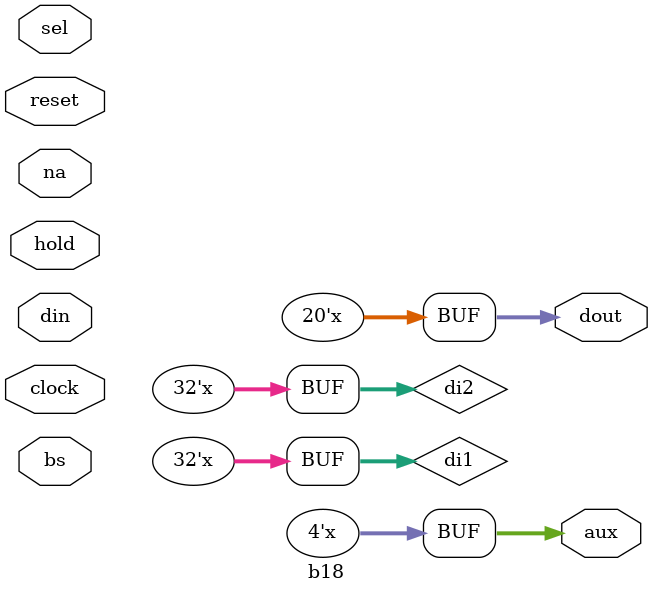
<source format=v>
module b14(clock, reset, addr, datai, datao, rd, wr);

input clock;
input reset;
input [31:0] datai;

output reg [19:0] addr;
output reg [31:0] datao;
output reg rd;
output reg wr;



parameter FETCH = 0;
parameter EXEC = 1;
parameter ZERO = 0;  //added to alter the WHEN cases so the converter won't complain
parameter ONE = 1;
parameter TWO = 2;
parameter THREE = 3;
parameter FOUR = 4;
parameter FIVE = 5;
parameter SIX = 6;
parameter SEVEN = 7;
parameter EIGHT = 8;
parameter NINE = 9;
parameter TEN = 10;
parameter ELEVEN = 11;
parameter TWELVE = 12;
parameter THIRTEEN = 13;
parameter FOURTEEN = 14;
parameter FIFTEEN = 15;

reg  [31:0] reg0;
reg  [31:0] reg1;
reg  [31:0] reg2;
reg  [31:0] reg3;

reg B;

reg [31:0] MAR;
reg [31:0] MBR;

reg [31:0] mf;
reg [31:0] df;
reg [31:0] cf;

reg [31:0] ff;
reg [31:0] tail;
reg signed [31:0] IR;

reg state;


reg signed [31:0] r,m;
reg [31:0] d,t;
reg [31:0] temp;
reg [31:0] s;
//reg [8*31:1] string_value;  

wire signed [31:0] tsign = t;
always @(posedge clock, posedge reset) begin //: P1
    
    if(reset == 1'b1) begin
		MAR = 0;
		MBR = 0;
		IR = 0;
		d = 0;
		r = 0;
		m = 0;
		s = 0;
		t = 0;//added
		temp = 0;
		mf = 0;
		df = 0;
		ff = 0;
		cf = 0;
		tail = 0;
		B = 1'b0;
		reg0 = 0;
		reg1 = 0;
		reg2 = 0;
		reg3 = 0;
		addr <= 0;
		rd <= 1'b0;
		wr <= 1'b0;
		datao <= 0;
		state = FETCH;
		end else begin
		rd <= 1'b0;
		wr <= 1'b0;
		case(state)
			FETCH : begin
				MAR = reg3 % 2 ** 20;
				MBR = datai;
				addr <= MAR;
				rd <= 1'b1;
				
				IR <= MBR;
				state = EXEC;
			end
			EXEC : begin
				if(IR < 0) begin
					IR =  -IR;
				end
				mf = (IR / 2 ** 27) % 4;
				df = (IR / 2 ** 24) % 2 ** 3;
				ff = (IR / 2 ** 19) % 2 ** 4;
				cf = (IR / 2 ** 23) % 2;
				tail = IR % 2 ** 20;
				reg3 = (reg3 % 2 ** 29) + 8;
				s = (IR / 2 ** 29) % 4;
				case(s)
					ZERO : begin
						r = reg0;
					end
					ONE : begin
						r = reg1;
					end
					TWO : begin
						r = reg2;
					end
					THREE : begin
						r = reg3;
					end
				endcase
				case(cf)
					ONE : begin
						case(mf)
							ZERO : begin
								m = tail;
							end
							ONE : begin
								m = datai;
								addr <= tail;
								rd <= 1'b1;
							end
							TWO : begin
								addr <= (tail + reg1) % 2 ** 20;
								rd <= 1'b1;
								m = datai;
							end
							THREE : begin
								addr <= (tail + reg2) % 2 ** 20;
								rd <= 1'b1;
								m = datai;
							end
						endcase
						case(ff)
							ZERO : begin
								if(r < m) begin
									B = 1'b1;
								end
								else begin
									B = 1'b0;
								end
							end
							ONE : begin
								if(!(r < m)) begin
									B = 1'b1;
								end
								else begin
									B = 1'b0;
								end
							end
							TWO : begin
								if(r == m) begin
									B = 1'b1;
								end
								else begin
									B = 1'b0;
								end
							end
							THREE : begin
								if(!(r == m)) begin
									B = 1'b1;
								end
								else begin
									B = 1'b0;
								end
							end
							FOUR : begin
								if(!(r > m)) begin
									B = 1'b1;
								end
								else begin
									B = 1'b0;
								end
							end
							FIVE : begin
								if(r > m) begin
									B = 1'b1;
								end
								else begin
									B = 1'b0;
								end
							end
							SIX : begin
								if(r > (2 ** 30 - 1)) begin
									r = r - 2 ** 30;
								end
								if(r < m) begin
									B = 1'b1;
								end
								else begin
									B = 1'b0;
								end
							end
							SEVEN : begin
								if(r > (2 ** 30 - 1)) begin
									r = r - 2 ** 30;
								end
								if(!(r < m)) begin
									B = 1'b1;
								end
								else begin
									B = 1'b0;
								end
							end
							EIGHT : begin
								if((r < m) || (B == 1'b1)) begin
									B = 1'b1;
								end
								else begin
									B = 1'b0;
								end
							end
							NINE : begin
								if(!(r < m) || (B == 1'b1)) begin
									B = 1'b1;
								end
								else begin
									B = 1'b0;
								end
							end
							TEN : begin
								if((r == m) || (B == 1'b1)) begin
									B = 1'b1;
								end
								else begin
									B = 1'b0;
								end
							end
							ELEVEN : begin
								if(!(r == m) || (B == 1'b1)) begin
									B = 1'b1;
								end
								else begin
									B = 1'b0;
								end
							end
							TWELVE : begin
								if(!(r > m) || (B == 1'b1)) begin
									B = 1'b1;
								end
								else begin
									B = 1'b0;
								end
							end
							THIRTEEN : begin
								if((r > m) || (B == 1'b1)) begin
									B = 1'b1;
								end
								else begin
									B = 1'b0;
								end
							end
							FOURTEEN : begin
								if(r > (2 ** 30 - 1)) begin
									r = r - 2 ** 30;
								end
								if((r < m) || (B == 1'b1)) begin
									B = 1'b1;
								end
								else begin
									B = 1'b0;
								end
							end
							FIFTEEN : begin
								if(r > (2 ** 30 - 1)) begin
									r = r - 2 ** 30;
								end
								if(!(r < m) || (B == 1'b1)) begin
									B = 1'b1;
								end
								else begin
									B = 1'b0;
								end
							end
						endcase
					end
					ZERO : begin
						if(!(df == 7)) begin
							if(df == 5) begin
								if(( ~(B)) == 1'b1) begin
									d = 3;
								end
							end
							else if(df == 4) begin
								if(B == 1'b1) begin
									d = 3;
								end
							end
							else if(df == 3) begin
								d = 3;
							end
							else if(df == 2) begin
								d = 2;
							end
							else if(df == 1) begin
								d = 1;
							end
							else if(df == 0) begin
								d = 0;
							end
							case(ff)
								ZERO : begin
									case(mf)
										ZERO : begin
											m = tail;
										end
										ONE : begin
											m = datai;
											addr <= tail;
											rd <= 1'b1;
										end
										TWO : begin
											addr <= (tail + reg1) % 2 ** 20;
											rd <= 1'b1;
											m = datai;
										end
										THREE : begin
											addr <= (tail + reg2) % 2 ** 20;
											rd <= 1'b1;
											m = datai;
										end
									endcase
									t = 0;//edited
									case(d)
										ZERO : begin
											reg0 = t - m;
										end
										ONE : begin
											reg1 = t - m;
										end
										TWO : begin
											reg2 = t - m;
										end
										THREE : begin
											reg3 = t - m;
										end
										default : begin
										end
									endcase
								end
								ONE : begin
									case(mf)
										ZERO : begin
											m = tail;
										end
										ONE : begin
											m = datai;
											addr <= tail;
											rd <= 1'b1;
										end
										TWO : begin
											addr <= (tail + reg1) % 2 ** 20;
											rd <= 1'b1;
											m = datai;
										end
										THREE : begin
											addr <= (tail + reg2) % 2 ** 20;
											rd <= 1'b1;
											m = datai;
										end
									endcase
									reg2 = reg3;
									reg3 = m;
								end
								TWO : begin
									case(mf)
										ZERO : begin
											m = tail;
										end
										ONE : begin
											m = datai;
											addr <= tail;
											rd <= 1'b1;
										end
										TWO : begin
											addr <= (tail + reg1) % 2 ** 20;
											rd <= 1'b1;
											m = datai;
										end
										THREE : begin
											addr <= (tail + reg2) % 2 ** 20;
											rd <= 1'b1;
											m = datai;
										end
									endcase
									case(d)
										ZERO : begin
											reg0 = m;
										end
										ONE : begin
											reg1 = m;
										end
										TWO : begin
											reg2 = m;
										end
										THREE : begin
											reg3 = m;
										end
										default : begin
										end
									endcase
								end
								THREE : begin
									case(mf)
										ZERO : begin
											m = tail;
										end
										ONE : begin
											m = datai;
											addr <= tail;
											rd <= 1'b1;
										end
										TWO : begin
											addr <= (tail + reg1) % 2 ** 20;
											rd <= 1'b1;
											m = datai;
										end
										THREE : begin
											addr <= (tail + reg2) % 2 ** 20;
											rd <= 1'b1;
											m = datai;
										end
									endcase
									case(d)
										ZERO : begin
											reg0 = m;
										end
										ONE : begin
											reg1 = m;
										end
										TWO : begin
											reg2 = m;
										end
										THREE : begin
											reg3 = m;
										end
										default : begin
										end
									endcase
								end
								FOUR : begin
									case(mf)
										ZERO : begin
											m = tail;
										end
										ONE : begin
											m = datai;
											addr <= tail;
											rd <= 1'b1;
										end
										TWO : begin
											addr <= (tail + reg1) % 2 ** 20;
											rd <= 1'b1;
											m = datai;
										end
										THREE : begin
											addr <= (tail + reg2) % 2 ** 20;
											rd <= 1'b1;
											m = datai;
										end
									endcase
									case(d)
										ZERO : begin
											temp = r + m;
											reg0 = temp [29:0];
											//reg0 = (r + m) % 2 ** 30;
										end
										ONE : begin
											temp = r + m;
											reg1 = temp [29:0];
											//reg1 = (r + m) % 2 ** 30;
										end
										TWO : begin
											temp = r + m;
											reg2 = temp [29:0];
											//reg2 = (r + m) % 2 ** 30;
										end
										THREE : begin
											temp = r + m;
											reg3 = temp [29:0];
											//reg3 = (r + m) % 2 ** 30;
										end
										default : begin
										end
									endcase
								end
								FIVE : begin
									case(mf)
										ZERO : begin
											m = tail;
										end
										ONE : begin
											m = datai;
											addr <= tail;
											rd <= 1'b1;
										end
										TWO : begin
											addr <= (tail + reg1) % 2 ** 20;
											rd <= 1'b1;
											m = datai;
										end
										THREE : begin
											addr <= (tail + reg2) % 2 ** 20;
											rd <= 1'b1;
											m = datai;
										end
									endcase
									case(d)
										ZERO : begin
											temp = r + m;
											reg0 = temp [29:0];
											//reg0 = (r + m) % 2 ** 30;
										end
										ONE : begin
											temp = r + m;
											reg1 = temp [29:0];
											//reg1 = (r + m) % 2 ** 30;
										end
										TWO : begin
											temp = r + m;
											reg2 = temp [29:0];
											//reg2 = (r + m) % 2 ** 30;
										end
										THREE : begin
											temp = r + m;
											reg3 = temp [29:0];
											//reg3 = (r + m) % 2 ** 30;
										end
										default : begin
										end
									endcase
								end
								SIX : begin
									case(mf)
										ZERO : begin
											m = tail;
										end
										ONE : begin
											m = datai;
											addr <= tail;
											rd <= 1'b1;
										end
										TWO : begin
											addr <= (tail + reg1) % 2 ** 20;
											rd <= 1'b1;
											m = datai;
										end
										THREE : begin
											addr <= (tail + reg2) % 2 ** 20;
											rd <= 1'b1;
											m = datai;
										end
									endcase
									case(d)
										ZERO : begin
											temp = r - m;
											reg0 = temp[29:0];
											//reg0 = (r - m) % 2 ** 30;
										end
										ONE : begin
											temp = r - m;
											reg1 = temp[29:0];
											//reg1 = (r - m) % 2 ** 30;
										end
										TWO : begin
											temp = r - m;
											reg2 = temp[29:0];
											//reg2 = (r - m) % 2 ** 30;
										end
										THREE : begin
											temp = r - m;
											reg3 = temp[29:0];
											//reg3 = (r - m) % 2 ** 30;
										end
										default : begin
										end
									endcase
								end
								SEVEN : begin
									case(mf)
										ZERO : begin
											m = tail;
										end
										ONE : begin
											m = datai;
											addr <= tail;
											rd <= 1'b1;
										end
										TWO : begin
											addr <= (tail + reg1) % 2 ** 20;
											rd <= 1'b1;
											m = datai;
										end
										THREE : begin
											addr <= (tail + reg2) % 2 ** 20;
											rd <= 1'b1;
											m = datai;
										end
									endcase
									case(d)
										ZERO : begin
											temp = r - m;
											reg0 = temp [29:0];
											//reg0 = (r - m) % 2 ** 30;
										end
										ONE : begin
											temp = r - m;
											reg1 = temp [29:0];
											//reg1 = (r - m) % 2 ** 30;
										end
										TWO : begin
											temp = r - m;
											reg2 = temp [29:0];
											//reg2 = (r - m) % 2 ** 30;
										end
										THREE : begin
											temp = r - m;
											reg3 = temp [29:0];
											//reg3 = (r - m) % 2 ** 30;
										end
										default : begin
										end
									endcase
								end
								EIGHT : begin
									case(mf)
										ZERO : begin
											m = tail;
										end
										ONE : begin
											m = datai;
											addr <= tail;
											rd <= 1'b1;
										end
										TWO : begin
											addr <= (tail + reg1) % 2 ** 20;
											rd <= 1'b1;
											m = datai;
										end
										THREE : begin
											addr <= (tail + reg2) % 2 ** 20;
											rd <= 1'b1;
											m = datai;
										end
									endcase
									case(d)
										ZERO : begin
											temp = r + m;
											reg0 = temp [29:0];
											//reg0 = (r + m) % 2 ** 30;
										end
										ONE : begin
											temp = r + m;
											reg1 = temp [29:0];
											//reg1 = (r + m) % 2 ** 30;
										end
										TWO : begin
											temp = r + m;
											reg2 = temp [29:0];
											//reg2 = (r + m) % 2 ** 30;
										end
										THREE : begin
											temp = r + m;
											reg3 = temp [29:0];
											//reg3 = (r + m) % 2 ** 30;
										end
										default : begin
										end
									endcase
								end
								NINE : begin
									case(mf)
										ZERO : begin
											m = tail;
										end
										ONE : begin
											m = datai;
											addr <= tail;
											rd <= 1'b1;
										end
										TWO : begin
											addr <= (tail + reg1) % 2 ** 20;
											rd <= 1'b1;
											m = datai;
										end
										THREE : begin
											addr <= (tail + reg2) % 2 ** 20;
											rd <= 1'b1;
											m = datai;
										end
									endcase
									case(d)
										ZERO : begin
											temp = (r - m);
											reg0 = temp [29:0];
											//reg0 = (r - m) % 2 ** 30;
										end
										ONE : begin
											temp = (r - m);
											reg1 = temp [29:0];
											//reg1 = (r - m) % 2 ** 30;
										end
										TWO : begin
											temp = (r - m);
											reg2 = temp [29:0];
											//reg2 = (r - m) % 2 ** 30;
										end
										THREE : begin
											temp = (r - m);
											reg3 = temp [29:0];
											//reg3 = (r - m) % 2 ** 30;
										end
										default : begin
										end
									endcase
								end
								TEN : begin
									case(mf)
										ZERO : begin
											m = tail;
										end
										ONE : begin
											m = datai;
											addr <= tail;
											rd <= 1'b1;
										end
										TWO : begin
											addr <= (tail + reg1) % 2 ** 20;
											rd <= 1'b1;
											m = datai;
										end
										THREE : begin
											addr <= (tail + reg2) % 2 ** 20;
											rd <= 1'b1;
											m = datai;
										end
									endcase
									case(d)
										ZERO : begin
											temp = r + m;
											reg0 = temp [29:0];
											//reg0 = (r + m) % 2 ** 30;
										end
										ONE : begin
											temp = r + m;
											reg1 = temp [29:0];
											//reg1 = (r + m) % 2 ** 30;
										end
										TWO : begin
											temp = r + m;
											reg2 = temp [29:0];
											//reg2 = (r + m) % 2 ** 30;
										end
										THREE : begin
											temp = r + m;
											reg3 = temp [29:0];
											//reg3 = (r + m) % 2 ** 30;
										end
										default : begin
										end
									endcase
								end
								ELEVEN : begin
									case(mf)
										ZERO : begin
											m = tail;
										end
										ONE : begin
											m = datai;
											addr <= tail;
											rd <= 1'b1;
										end
										TWO : begin
											addr <= (tail + reg1) % 2 ** 20;
											rd <= 1'b1;
											m = datai;
										end
										THREE : begin
											addr <= (tail + reg2) % 2 ** 20;
											rd <= 1'b1;
											m = datai;
										end
									endcase
									case(d)
										ZERO : begin
											temp = (r - m);
											reg0 = temp [29:0];
											//reg0 = (r - m) % 2 ** 30;
										end
										ONE : begin
											temp = (r - m);
											reg1 = temp [29:0];
											//reg1 = (r - m) % 2 ** 30;
										end
										TWO : begin
											temp = (r - m);
											reg2 = temp [29:0];
											//reg2 = (r - m) % 2 ** 30;
										end
										THREE : begin
											temp = (r - m);
											reg3 = temp [29:0];
											//reg3 = (r - m) % 2 ** 30;
										end
										default : begin
										end
									endcase
								end
								TWELVE : begin
									case(mf)
										ZERO : begin
											t = r / 2;
										end
										ONE : begin
											t = r / 2;
											if(B == 1'b1) begin
												t = t [28:0];
											end
										end
										TWO : begin
											t = (r[28:0]) * 2;
										end
										THREE : begin
											t = (r[28:0]) * 2;
											if(tsign > (2 ** 30 - 1)) begin
												B = 1'b1;
											end
											else begin
												B = 1'b0;
											end
										end
										default : begin
										end
									endcase
									case(d)
										ZERO : begin
											reg0 = t;
										end
										ONE : begin
											reg1 = t;
										end
										TWO : begin
											reg2 = t;
										end
										THREE : begin
											reg3 = t;
										end
										default : begin
										end
									endcase
								end
								THIRTEEN,FOURTEEN,FIFTEEN : begin
								end
							endcase
						end
						else if(df == 7) begin
							case(mf)
								ZERO : begin
									m = tail;
								end
								ONE : begin
									m = tail;
								end
								TWO : begin
									m = (reg1 % 2 ** 20) + (tail % 2 ** 20);
								end
								THREE : begin
									m = (reg2 % 2 ** 20) + (tail % 2 ** 20);
								end
							endcase
							// addr <= m;
							addr <= m % 2 * 20;
							// removed (!)fs020699
							wr <= 1'b1;
							datao <= r;
						end
					end
				endcase
				state <= FETCH;
			end
		endcase
	end
end


endmodule

module b15(BE_n, Address, W_R_n, D_C_n, M_IO_n, ADS_n, Datai, Datao, CLOCK, NA_n, BS16_n, READY_n, HOLD, RESET);

input CLOCK;
input RESET;
input NA_n;
input BS16_n;
input READY_n;
input HOLD;
input [31:0] Datai;

output reg [3:0] BE_n;
output reg [31:0] Address;
output reg W_R_n;
output reg D_C_n;
output reg M_IO_n;
output reg ADS_n;
output reg [31:0] Datao;
	
	
	
	
wire signed [31:0] sDatai = Datai;	


reg StateNA;
reg StateBS16;
reg RequestPending;
parameter Pending = 1'b1;
parameter NotPending = 1'b0;
reg NonAligned;
reg ReadRequest;
reg MemoryFetch;
reg CodeFetch;
reg [3:0] ByteEnable;
reg [31:0] DataWidth;
parameter WidthByte = 0;
parameter WidthWord = 1;
parameter WidthDword = 2;

reg [3:0] State;

parameter StateInit = 0;
parameter StateTi = 1;
parameter StateT1 = 2;
parameter StateT2 = 3;
parameter StateT1P = 4;
parameter StateTh = 5;
parameter StateT2P = 6;
parameter StateT2I = 7;

parameter ZERO = 0;
parameter ONE = 1;
parameter TWO = 2;
parameter THREE = 3;

reg signed[31:0] EAX;
reg signed[31:0] EBX;
reg signed[31:0] rEIP;

parameter REP = 'HF3;
parameter REPNE = 'HF2;
parameter LOCK = 'HF0;

parameter CSsop = 'H2E;
parameter SSsop = 'H36;
parameter DSsop = 'H3E;
parameter ESsop = 'H26;
parameter FSsop = 'H64;
parameter GSsop = 'H65;
parameter OPsop = 'H66;
parameter ADsop = 'H67;

parameter MOV_al_b = 'HB0;
parameter MOV_eax_dw = 'HB8;
parameter MOV_ebx_dw = 'HBB;
parameter MOV_ebx_eax = 'H89;
parameter MOV_eax_ebx = 'H8B;
parameter IN_al = 'HE4;
parameter OUT_al = 'HE6;
parameter ADD_al_b = 'H04;
parameter ADD_ax_w = 'H05;
parameter ROL_eax_b = 'HD1;
parameter ROL_al_1 = 'HD0;
parameter ROL_al_n = 'HC0;
parameter INC_eax = 'H40;
parameter INC_ebx = 'H43;
parameter JMP_rel_short = 'HEB;
parameter JMP_rel_near = 'HE9;
parameter JMP_intseg_immed = 'HEA;
parameter HLT = 'HF4;
parameter WAITx = 'H9B;
parameter NOP = 'H90;
parameter queue_size = 16;
parameter InstQueueLimit = queue_size-1;
parameter Si = 0;
parameter S1 = 1;
parameter S2 = 2;
parameter S3 = 3;
parameter S4 = 4;
parameter S5 = 5;
parameter S6 = 6;
parameter S7 = 7;
parameter S8 = 8;
parameter S9 = 9;
//moved from 234

parameter FALSE = 1'b0;//check where they are used
parameter TRUE = 1'b1;

reg [31:0]InstQueue [0:queue_size-1];
reg [31:0] InstQueueRd_Addr;
reg [31:0] InstQueueWr_Addr;
reg signed [31:0] InstAddrPointer;
reg signed[31:0] PhyAddrPointer;
reg signed[31:0] TEMPORARY;//added my me 
reg Extended;
reg More;
reg Flush;
reg [31:0] lWord;
reg [31:0] uWord;
reg signed[31:0] fWord;
reg [3:0] State2;


reg [8*31:1] string_value; 

always @(posedge CLOCK, posedge RESET) begin//added reset
    if(RESET == 1'b1) begin
		BE_n <= 4'b0000;
		Address <= 0;
		W_R_n <= 1'b0;
		D_C_n <= 1'b0;
		M_IO_n <= 1'b0;
		ADS_n <= 1'b0;
		State <= StateInit;
		StateNA <= 1'b0;
		StateBS16 <= 1'b0;
		DataWidth <= 0;
		end else begin
		case(State)
			StateInit : begin
				D_C_n <= 1'b1;
				ADS_n <= 1'b1;
				State <= StateTi;
				StateNA <= 1'b1;
				StateBS16 <= 1'b1;
				DataWidth <= 2;
				State <= StateTi;
			end
			StateTi : begin
				if(RequestPending == Pending) begin
					State <= StateT1;
				end
				else if(HOLD == 1'b1) begin
					State <= StateTh;
				end
				else begin
					State <= StateTi;
				end
			end
			StateT1 : begin
				// Address <= rEIP/4;
				// fs 062299
				TEMPORARY = rEIP / 4;
				Address = TEMPORARY [29:0];
				//Address <= (rEIP / 4) % (2 ** 30);
				BE_n <= ByteEnable;
				M_IO_n <= MemoryFetch;
				if(ReadRequest == Pending) begin
					W_R_n <= 1'b0;
				end
				else begin
					W_R_n <= 1'b1;
				end
				if(CodeFetch == Pending) begin
					D_C_n <= 1'b0;
				end
				else begin
					D_C_n <= 1'b1;
				end
				ADS_n <= 1'b0;
				State <= StateT2;
			end
			StateT2 : begin
				if(READY_n == 1'b0 && HOLD == 1'b0 && RequestPending == Pending) begin
					State <= StateT1;
				end
				else if(READY_n == 1'b1 && NA_n == 1'b1) begin
				end
				else if((RequestPending == Pending || HOLD == 1'b1) && (READY_n == 1'b1 && NA_n == 1'b0)) begin
					State <= StateT2I;
				end
				else if(RequestPending == Pending && HOLD == 1'b0 && READY_n == 1'b1 && NA_n == 1'b0) begin
					State <= StateT2P;
				end
				else if(RequestPending == NotPending && HOLD == 1'b0 && READY_n == 1'b0) begin
					State <= StateTi;
				end
				else if(HOLD == 1'b1 && READY_n == 1'b1) begin
					State <= StateTh;
				end
				else begin
					State <= StateT2;
				end
				StateBS16 <= BS16_n;
				if(BS16_n == 1'b0) begin
					DataWidth <= WidthWord;
				end
				else begin
					DataWidth <= WidthDword;
				end
				StateNA <= NA_n;
				ADS_n <= 1'b1;
			end
			StateT1P : begin
				if(NA_n == 1'b0 && HOLD == 1'b0 && RequestPending == Pending) begin
					State <= StateT2P;
				end
				else if(NA_n == 1'b0 && (HOLD == 1'b1 || RequestPending == NotPending)) begin
					State <= StateT2I;
				end
				else if(NA_n == 1'b1) begin
					State <= StateT2;
				end
				else begin
					State <= StateT1P;
				end
				StateBS16 <= BS16_n;
				if(BS16_n == 1'b0) begin
					DataWidth <= WidthWord;
				end
				else begin
					DataWidth <= WidthDword;
				end
				StateNA <= NA_n;
				ADS_n <= 1'b1;
			end
			StateTh : begin
				if(HOLD == 1'b0 && RequestPending == Pending) begin
					State <= StateT1;
				end
				else if(HOLD == 1'b0 && RequestPending == NotPending) begin
					State <= StateTi;
				end
				else begin
					State <= StateTh;
				end
			end
			StateT2P : begin
				// Address <= rEIP/2;
				// fs 990629
				TEMPORARY = rEIP / 2;
				Address = TEMPORARY [29:0];
				//Address <= (rEIP / 2) % 2 ** 30; 
				BE_n <= ByteEnable;
				M_IO_n <= MemoryFetch;
				if(ReadRequest == Pending) begin
				W_R_n <= 1'b0;
				end
				else begin
					W_R_n <= 1'b1;
				end
				if(CodeFetch == Pending) begin
					D_C_n <= 1'b0;
				end
				else begin
					D_C_n <= 1'b1;
				end
				ADS_n <= 1'b0;
				if(READY_n == 1'b0) begin
					State <= StateT1P;
				end
				else begin
					State <= StateT2P;
				end
			end
			StateT2I : begin
				if(READY_n == 1'b1 && RequestPending == Pending && HOLD == 1'b0) begin
					State <= StateT2P;
				end
				else if(READY_n == 1'b0 && HOLD == 1'b1) begin
					State <= StateTh;
				end
				else if(READY_n == 1'b0 && HOLD == 1'b0 && RequestPending == Pending) begin
					State <= StateT1;
				end
				else if(READY_n == 1'b0 && HOLD == 1'b0 && RequestPending == NotPending) begin
					State <= StateTi;
				end
				else begin
					State <= StateT2I;
				end
			end
		endcase
	end
end
integer i;
always @(posedge CLOCK, posedge RESET) begin //: P1
	
	
    if(RESET == 1'b1) begin
		State2 = Si;
		//InstQueue := (0,0,0,0,0,0,0,0,0,0,0,0,0,0,0,0);
		for(i = 0; i<queue_size; i =i +1) begin
			InstQueue[i] = 0;
		end
		InstQueueRd_Addr = 0;
		InstQueueWr_Addr = 0;
		InstAddrPointer = 0;
		PhyAddrPointer = 0;
		Extended = FALSE;
		More = FALSE;
		Flush = FALSE;
		lWord = 0;
		uWord = 0;
		fWord = 0;
		CodeFetch <= 1'b0;
		Datao <= 0;
		EAX <= 0;
		EBX <= 0;
		rEIP <= 0;
		ReadRequest <= 1'b0;
		MemoryFetch <= 1'b0;
		RequestPending <= 1'b0;
		end else begin
		case(State2)
			Si : begin
				PhyAddrPointer = rEIP;
				InstAddrPointer = PhyAddrPointer;
				State2 = S1;
				rEIP <= 'HFFFF0;
				ReadRequest <= 1'b1;
				MemoryFetch <= 1'b1;
				RequestPending <= 1'b1;
			end
			S1 : begin
				RequestPending <= Pending;
				ReadRequest <= Pending;
				MemoryFetch <= Pending;
				CodeFetch <= Pending;
				if(READY_n == 1'b0) begin
					State2 = S2;
				end
				else begin
					State2 = S1;
				end
			end
			S2 : begin
				RequestPending <= NotPending;
				InstQueue[InstQueueWr_Addr] = Datai % (2 ** 8);
				InstQueueWr_Addr = (InstQueueWr_Addr + 1) % queue_size;
				//            InstQueue(InstQueueWr_Addr) := (Datai / (2**8)) mod (2**8);
				InstQueue[InstQueueWr_Addr] = Datai % 2 ** 8;
				InstQueueWr_Addr = (InstQueueWr_Addr + 1) % queue_size;
				if(StateBS16 == 1'b1) begin
					TEMPORARY =  (sDatai / (2 ** 16));
					InstQueue[InstQueueWr_Addr] = TEMPORARY [7:0];
					InstQueueWr_Addr = (InstQueueWr_Addr + 1) % queue_size;
					TEMPORARY =  (sDatai / (2 ** 24));
					InstQueue[InstQueueWr_Addr] = TEMPORARY [7:0];
					InstQueueWr_Addr = (InstQueueWr_Addr + 1) % queue_size;
					PhyAddrPointer = PhyAddrPointer + 4;
					State2 = S5;
				end
				else begin
					PhyAddrPointer = PhyAddrPointer + 2;
					if((PhyAddrPointer < 0)) begin
						rEIP <=  -PhyAddrPointer;
					end
					else begin
						rEIP <= PhyAddrPointer;
					end
					State2 = S3;
				end
			end
			S3 : begin
				RequestPending <= Pending;
				if(READY_n == 1'b0) begin
					State2 = S4;
				end
				else begin
					State2 = S3;
				end
			end
			S4 : begin
				RequestPending <= NotPending;
				InstQueue[InstQueueWr_Addr] = Datai % (2 ** 8);
				InstQueueWr_Addr = (InstQueueWr_Addr + 1) % queue_size;
				InstQueue[InstQueueWr_Addr] = Datai % (2 ** 8);
				InstQueueWr_Addr = (InstQueueWr_Addr + 1) % queue_size;
				PhyAddrPointer = PhyAddrPointer + 2;
				State2 = S5;
			end
			S5 : begin
				case(InstQueue[InstQueueRd_Addr])
					NOP : begin
						InstAddrPointer = InstAddrPointer + 1;
						InstQueueRd_Addr = (InstQueueRd_Addr + 1) % queue_size;
						Flush = FALSE;
						More = FALSE;
					end
					OPsop : begin
						InstAddrPointer = InstAddrPointer + 1;
						InstQueueRd_Addr = (InstQueueRd_Addr + 1) % queue_size;
						Extended = TRUE;
						Flush = FALSE;
						More = FALSE;
					end
					JMP_rel_short : begin
						TEMPORARY = InstQueueWr_Addr - InstQueueRd_Addr;
						if(TEMPORARY >= 3) begin
						//if((InstQueueWr_Addr - InstQueueRd_Addr) >= 3) begin
							if((InstQueue[(InstQueueRd_Addr + 1)% queue_size]) > 127) begin
								//IF InstQueue((InstQueueRd_Addr +1) mod 16) > 127 THEN
							PhyAddrPointer = InstAddrPointer + 1 - ((16'HFF - InstQueue[(InstQueueRd_Addr + 1)%queue_size]));
								//PhyAddrPointer := InstAddrPointer + 1 - (16#FF# - InstQueue((InstQueueRd_Addr +1) mod 16));
								InstAddrPointer = PhyAddrPointer;
							end
							else begin
							PhyAddrPointer = InstAddrPointer + 2 + (InstQueue[(InstQueueRd_Addr + 1)%queue_size]);//edited
								//PhyAddrPointer := InstAddrPointer + 2 + InstQueue((InstQueueRd_Addr +1)mod 16);
								InstAddrPointer = PhyAddrPointer;
							end
							Flush = TRUE;
							More = FALSE;
						end
						else begin
							Flush = FALSE;
							More = TRUE;
						end
					end
					JMP_rel_near : begin
						TEMPORARY = InstQueueWr_Addr - InstQueueRd_Addr;
						if(TEMPORARY >= 5) begin
						//if((InstQueueWr_Addr - InstQueueRd_Addr) >= 5) begin
						PhyAddrPointer = InstAddrPointer + 5 + (InstQueue[(InstQueueRd_Addr + 1)%queue_size]);//edited
							//PhyAddrPointer := InstAddrPointer + 5 + InstQueue((InstQueueRd_Addr +1)mod 16);
							InstAddrPointer = PhyAddrPointer;
							Flush = TRUE;
							More = FALSE;
						end
						else begin
							Flush = FALSE;
							More = TRUE;
						end
					end
					JMP_intseg_immed : begin
						InstAddrPointer = InstAddrPointer + 1;
						InstQueueRd_Addr = (InstQueueRd_Addr + 1) % queue_size;
						Flush = FALSE;
						More = FALSE; 
					end
					MOV_al_b : begin
						InstAddrPointer = InstAddrPointer + 1;
						InstQueueRd_Addr = (InstQueueRd_Addr + 1) % queue_size; 
						Flush = FALSE;
						More = FALSE;
					end
					MOV_eax_dw : begin
						TEMPORARY = InstQueueWr_Addr - InstQueueRd_Addr;
						if(TEMPORARY >= 5) begin//if((InstQueueWr_Addr - InstQueueRd_Addr) >= 5) begin
						EAX <= (InstQueue[(InstQueueRd_Addr + 4)%queue_size]) * (2 ** 23) + (InstQueue[(InstQueueRd_Addr + 3)%queue_size]) * (2 ** queue_size) + (InstQueue[(InstQueueRd_Addr + 2)%queue_size]) * (2 ** 8) + (InstQueue[(InstQueueRd_Addr + 1)%queue_size]);//edited
							//EAX <= InstQueue((InstQueueRd_Addr +4)mod 16)*(2**23) + InstQueue((InstQueueRd_Addr +3) mod 16)*(2**16) + InstQueue((InstQueueRd_Addr +2) mod 16)*(2**8) + InstQueue((InstQueueRd_Addr+1)mod 16);
							More = FALSE;
							Flush = FALSE;
							InstAddrPointer = InstAddrPointer + 5;
							InstQueueRd_Addr = (InstQueueRd_Addr + 5) % queue_size;
						end
						else begin
							Flush = FALSE;
							More = TRUE;
						end
					end
					MOV_ebx_dw : begin
						TEMPORARY = InstQueueWr_Addr - InstQueueRd_Addr;
						if(TEMPORARY >= 5) begin
						//if((InstQueueWr_Addr - InstQueueRd_Addr) >= 5) begin
						EBX <= (InstQueue[(InstQueueRd_Addr + 4)% 16]) * (2 ** 23) + (InstQueue[(InstQueueRd_Addr + 3)%16]) * (2 ** queue_size) + (InstQueue[(InstQueueRd_Addr + 2)%queue_size]) * (2 ** 8) + (InstQueue[(InstQueueRd_Addr + 1)%1]);//edited
							//EBX <= InstQueue((InstQueueRd_Addr+4) mod 16)*(2**23) + InstQueue((InstQueueRd_Addr +3) mod 16)*(2**16) + InstQueue((InstQueueRd_Addr +2) mod 16)*(2**8) + InstQueue((InstQueueRd_Addr +1) mod 1);
							More = FALSE;
							Flush = FALSE;
							InstAddrPointer = InstAddrPointer + 5;
							InstQueueRd_Addr = (InstQueueRd_Addr + 5) % queue_size;
						end
						else begin
							Flush = FALSE;
							More = TRUE;
						end
					end
					MOV_eax_ebx : begin
						TEMPORARY = InstQueueWr_Addr - InstQueueRd_Addr;
						if(TEMPORARY >= 2) begin
						//if((InstQueueWr_Addr - InstQueueRd_Addr) >= 2) begin
							if((EBX < 0)) begin
								rEIP <=  -EBX;
							end
							else begin
								rEIP <= EBX;
							end
							RequestPending <= Pending;
							ReadRequest <= Pending;
							MemoryFetch <= Pending;
							CodeFetch <= NotPending;
							if(READY_n == 1'b0) begin
								RequestPending <= NotPending;
								uWord = Datai % (2 ** 15);
								if(StateBS16 == 1'b1) begin
									// lWord := Datai/(2**16);
									// fs 062299
									lWord = Datai % (2 ** 16);
								end
								else begin
									rEIP <= rEIP + 2;
									RequestPending <= Pending;
									if(READY_n == 1'b0) begin
										RequestPending <= NotPending;
										lWord = Datai % (2 ** 16);
									end
								end
								if(READY_n == 1'b0) begin
									EAX <= uWord * (2 ** 16) + lWord;
									More = FALSE;
									Flush = FALSE;
									InstAddrPointer = InstAddrPointer + 2;
									InstQueueRd_Addr = (InstQueueRd_Addr + 2) % queue_size; 
								end
							end
						end
						else begin
							Flush = FALSE;
							More = TRUE;
						end
					end
					MOV_ebx_eax : begin
						TEMPORARY = InstQueueWr_Addr - InstQueueRd_Addr;
						if(TEMPORARY >= 2) begin
						//if((InstQueueWr_Addr - InstQueueRd_Addr) >= 2) begin
							if(EBX < 0) begin
								rEIP <= EBX;
							end
							else begin
								rEIP <= EBX;
							end
							lWord = EAX [15:0];
							//lWord = EAX % (2 ** 16);
							TEMPORARY = EAX / (2 ** 16);
							uWord = TEMPORARY [14:0];
							//uWord = (EAX / (2 ** 16)) % (2 ** 15);
							RequestPending <= Pending;
							ReadRequest <= NotPending;
							MemoryFetch <= Pending;
							CodeFetch <= NotPending;
							if(State == StateT1 || State == StateT1P) begin
								Datao <= uWord * (2 ** 16) + lWord;
								if(READY_n == 1'b0) begin
									RequestPending <= NotPending;
									if(StateBS16 == 1'b0) begin
										rEIP <= rEIP + 2;
										RequestPending <= Pending;
										ReadRequest <= NotPending;
										MemoryFetch <= Pending;
										CodeFetch <= NotPending;
										State2 = S6;
									end
									More = FALSE;
									Flush = FALSE;
									InstAddrPointer = InstAddrPointer + 2; 
									InstQueueRd_Addr = (InstQueueRd_Addr + 2) % queue_size;
								end
							end
						end
						else begin
							Flush = FALSE;
							More = TRUE;
						end
					end
					IN_al : begin
						TEMPORARY = InstQueueWr_Addr - InstQueueRd_Addr;
						if(TEMPORARY >= 2) begin
						//if((InstQueueWr_Addr - InstQueueRd_Addr) >= 2) begin
							rEIP <= InstQueueRd_Addr + 1;
							RequestPending <= Pending;
							ReadRequest <= Pending;
							MemoryFetch <= NotPending;
							CodeFetch <= NotPending;
							if(READY_n == 1'b0) begin
								RequestPending <= NotPending;
								EAX <= Datai;
								InstAddrPointer = InstAddrPointer + 2;
								InstQueueRd_Addr = InstQueueRd_Addr + 2;
								Flush = FALSE;
								More = FALSE;
							end
						end
						else begin
							Flush = FALSE;
							More = TRUE;
						end
					end
					OUT_al : begin
						TEMPORARY = InstQueueWr_Addr - InstQueueRd_Addr;
						if(TEMPORARY >= 2) begin
						//if((InstQueueWr_Addr - InstQueueRd_Addr) >= 2) begin
							rEIP <= InstQueueRd_Addr + 1;
							RequestPending <= Pending;
							ReadRequest <= NotPending;
							MemoryFetch <= NotPending;
							CodeFetch <= NotPending;
							if(State == StateT1 || State == StateT1P) begin
								fWord = EAX [15:0]; 
								Datao <= fWord;
								if(READY_n == 1'b0) begin
									RequestPending <= NotPending;
									InstAddrPointer = InstAddrPointer + 2;
									InstQueueRd_Addr = (InstQueueRd_Addr + 2) % queue_size; 
									Flush = FALSE;
									More = FALSE;
								end
							end
						end
						else begin
							Flush = FALSE;
							More = TRUE;
						end
					end
					ADD_al_b : begin
						InstAddrPointer = InstAddrPointer + 1;
						InstQueueRd_Addr = (InstQueueRd_Addr + 1) % queue_size; 
						Flush = FALSE;
						More = FALSE;
					end
					ADD_ax_w : begin
						InstAddrPointer = InstAddrPointer + 1;
						InstQueueRd_Addr = (InstQueueRd_Addr + 1) % queue_size; 
						Flush = FALSE;
						More = FALSE;
					end
					ROL_al_1 : begin
						InstAddrPointer = InstAddrPointer + 2;
						InstQueueRd_Addr = (InstQueueRd_Addr + 2) % queue_size; 
						Flush = FALSE;
						More = FALSE;
					end
					ROL_al_n : begin
						InstAddrPointer = InstAddrPointer + 2;
						InstQueueRd_Addr = (InstQueueRd_Addr + 2) % queue_size; 
						Flush = FALSE;
						More = FALSE;
					end
					INC_eax : begin
						EAX <= EAX + 1;
						InstAddrPointer = InstAddrPointer + 1;
						InstQueueRd_Addr = (InstQueueRd_Addr + 1) % queue_size; 
						Flush = FALSE;
						More = FALSE;
					end
					INC_ebx : begin
						EBX <= EBX + 1;
						InstAddrPointer = InstAddrPointer + 1;
						InstQueueRd_Addr = (InstQueueRd_Addr + 1) % queue_size; 
						Flush = FALSE;
						More = FALSE;
					end
					default : begin
						InstAddrPointer = InstAddrPointer + 1;
						InstQueueRd_Addr = (InstQueueRd_Addr + 1) % queue_size; 
						Flush = FALSE;
						More = FALSE;
					end
				endcase
				if(!(InstQueueRd_Addr < InstQueueWr_Addr) || (((InstQueueLimit - InstQueueRd_Addr) < 4) || Flush || More)) begin
					//if not (InstQueueRd_Addr < InstQueueWr_Addr) or (((InstQueueLimit - InstQueueRd_Addr) < 4) OR Flush OR More) then 
					State2 = S7;
				end
			end
			S6 : begin
				Datao <= uWord * (2 ** 16) + lWord;
				if(READY_n == 1'b0) begin
					RequestPending <= NotPending;
					State2 = S5;
				end
			end
			S7 : begin
				if(Flush) begin
					//if Flush then
					InstQueueRd_Addr = 1;
					InstQueueWr_Addr = 1;
					if((InstAddrPointer < 0)) begin
						fWord =  -InstAddrPointer;
					end
					else begin
						fWord = InstAddrPointer;
					end
					if((fWord % 2) == 1) begin
						InstQueueRd_Addr = (InstQueueRd_Addr + (fWord % 4)) % queue_size; 
					end
				end
				if((InstQueueLimit - InstQueueRd_Addr) < 3) begin
					State2 = S8;
					InstQueueWr_Addr = 0;
				end
				else begin
					State2 = S9;
				end
			end
			S8 : begin
				if(InstQueueRd_Addr </*=*/ InstQueueLimit/*-1*/) begin// was <=
					InstQueue[InstQueueWr_Addr] = InstQueue[InstQueueRd_Addr];
					InstQueueRd_Addr = (InstQueueRd_Addr + 1) % queue_size;
					InstQueueWr_Addr = (InstQueueWr_Addr + 1) % queue_size;
					State2 = S8;
				end
				else begin
					InstQueueRd_Addr = 0; 
					State2 = S9;
				end
			end
			S9 : begin
				rEIP <= PhyAddrPointer;
				State2 = S1;
			end
		endcase
	end
end

always @(posedge CLOCK, posedge RESET) begin
    if(RESET == 1'b1) begin
		ByteEnable <= 4'b0000;
		NonAligned <= 1'b0;
		end else begin
		case(DataWidth)
			WidthByte : begin
				case (rEIP [1:0])
				//case(rEIP % 4)
					//CASE rEIP mod 4 is
					ZERO : begin
						ByteEnable <= 4'b1110;
					end
					ONE : begin
						ByteEnable <= 4'b1101;
					end
					TWO : begin
						ByteEnable <= 4'b1011;
					end
					THREE : begin
						ByteEnable <= 4'b0111;
					end
					default : begin
					end
				endcase
			end
			WidthWord : begin
				case (rEIP [1:0])
				//case(rEIP % 4)
					//CASE rEIP mod 4 is
					ZERO : begin
						ByteEnable <= 4'b1100;
						NonAligned <= NotPending;
					end
					ONE : begin
						ByteEnable <= 4'b1001;
						NonAligned <= NotPending;
					end
					TWO : begin
						ByteEnable <= 4'b0011;
						NonAligned <= NotPending;
					end
					THREE : begin
						ByteEnable <= 4'b0111;
						NonAligned <= Pending;
					end
					default : begin
					end
				endcase
			end
			WidthDword : begin
				case (rEIP [1:0])
				//case(rEIP % 4)
					//CASE rEIP mod 4 is
					ZERO : begin
						ByteEnable <= 4'b0000;
						NonAligned <= NotPending;
					end
					ONE : begin
						ByteEnable <= 4'b0001;
						NonAligned <= Pending;
					end
					TWO : begin
						NonAligned <= Pending;
						ByteEnable <= 4'b0011;
					end
					THREE : begin
						NonAligned <= Pending;
						ByteEnable <= 4'b0111;
					end
					default : begin
					end
				endcase
			end
			default : begin
			end
		endcase
	end
end


endmodule


module b17(clock, reset, datai, datao, hold, na, bs16, address1, address2, wr, dc, mio, ast1,ast2, ready1, ready2);
//module b15(BE_n, Address, W_R_n, D_C_n, M_IO_n, ADS_n, Datai, Datao, CLOCK, NA_n, BS16_n, READY_n, HOLD, RESET);

	input clock;
	input reset;
	input [31:0] datai;
	output reg [31:0] datao;
	input hold;
	input na;
	input bs16;
	output reg [30:0]address1;
	output reg [30:0]address2;
	output reg wr;
	output reg dc;
	output reg mio;
	output reg ast1;
	output reg ast2;
	input ready1;
	input ready2;



reg [31:0] buf1; reg [31:0] buf2;
wire [3:0] be1; wire [3:0] be2; wire [3:0] be3;
wire [31:0] addr1; wire [31:0] addr2; wire [31:0] addr3;
wire wr1; wire wr2; wire wr3;
wire dc1; wire dc2; wire dc3;
wire mio1, mio2, mio3;
wire ads1; wire ads2; wire ads3;
reg [31:0] di1; reg [31:0] di2; reg [31:0] di3;
wire [31:0] do1; wire [31:0] do2; wire [31:0] do3;
reg rdy1; reg rdy2; reg rdy3;
reg ready11; reg ready12; reg ready21; reg ready22;

b15 P1(be1, addr1, wr1, dc1, mio1, ads1, di1, do1, clock, na, bs16, rdy1, hold, reset);

b15 P2(be2, addr2, wr2, dc2, mio2, ads2, di2, do2, clock, na, bs16, rdy2, hold, reset);

b15 P3(be3, addr3, wr3, dc3, mio3, ads3, di3, do3, clock, na, bs16, rdy3, hold, reset);

always @(posedge clock, posedge reset) begin
    if(reset == 1'b1) begin
		buf1 <= 0;
		ready11 <= 1'b0;
		ready12 <= 1'b0;
		end else begin
		if(addr1 > (2 ** 29) && ads1 == 1'b0 && mio1 == 1'b1 && dc1 == 1'b0 && wr1 == 1'b1 && be1 == 4'b0000) begin
			buf1 <= do1;
			ready11 <= 1'b0;
			ready12 <= 1'b1;
		end
		else if(addr2 > (2 ** 29) && ads2 == 1'b0 && mio2 == 1'b1 && dc2 == 1'b0 && wr2 == 1'b1 && be2 == 4'b0000) begin
			buf1 <= do2;
			ready11 <= 1'b1;
			ready12 <= 1'b0;
		end
		else begin
			ready11 <= 1'b1;
			ready12 <= 1'b1;
		end
	end
end

always @(posedge clock, posedge reset) begin
    if(reset == 1'b1) begin
		buf2 <= 0;
		ready21 <= 1'b0;
		ready22 <= 1'b0;
		end else begin
		if(addr2 < (2 ** 29) && ads2 == 1'b0 && mio2 == 1'b1 && dc2 == 1'b0 && wr2 == 1'b1 && be2 == 4'b0000) begin
			buf2 <= do2;
			ready21 <= 1'b0;
			ready22 <= 1'b1;
		end
		else if(ads3 == 1'b0 && mio3 == 1'b1 && dc3 == 1'b0 && wr3 == 1'b0 && be3 == 4'b0000) begin
			ready21 <= 1'b1;
			ready22 <= 1'b0;
		end
		else begin
			ready21 <= 1'b1;
			ready22 <= 1'b1;
		end
	end
end

always @(addr1, buf1, datai) begin
    if(addr1 > (2 ** 29)) begin
		di1 <= buf1;
	end
    else begin
		di1 <= datai;
	end
end

always @(addr2, buf1, buf2) begin
    if(addr2 > (2 ** 29)) begin
		di2 <= buf1;
	end
    else begin
		di2 <= buf2;
	end
end

always @(addr2, addr3, do1, do2, do3) begin
    if((do1 < (2 ** 30)) && (do2 < (2 ** 30)) && (do3 < (2 ** 30))) begin
		address2 <= addr3;
	end
    else begin
		address2 <= addr2;
	end
end

always @(buf2, do3, addr1, wr3, dc3, mio3, ads1, ads3, ready1, ready2, ready11, ready12, ready21, ready22) begin
    di3 <= buf2;
    datao <= do3;
    address1 <= addr1;
    wr <= wr3;
    dc <= dc3;
    mio <= mio3;
    ast1 <= ads1;
    ast2 <= ads3;
    rdy1 <= ready11 & ready1;
    rdy2 <= ready12 & ready21;
    rdy3 <= ready22 & ready2;
end





endmodule


module b18(clock, reset, hold, na, bs, sel, din, dout, aux);
//module b14(clock, reset, addr, datai, datao, rd, wr);
//module b17(clock, reset, datai, datao, hold, na, bs16, address1, address2, wr, dc, mio, ast1,ast2, ready1, ready2);
input clock;
input reset;
input hold;
input na;
input bs;
input sel;
input [31:0] din;

output reg [19:0] dout;
output reg [3:0] aux;



reg [31:0] di1; reg [31:0] di2; wire [31:0] do1; wire [31:0] do2; reg [31:0] td1; reg [31:0] td2;
reg [31:0] di3; reg [31:0] di4; wire [31:0] do3; wire [31:0] do4;
reg [30:0] tad1; reg [30:0] tad2; wire [30:0] ad11; wire [30:0] ad12; wire [30:0] ad21; wire [30:0] ad22;
wire [19:0] ad31; wire [19:0] ad41;
reg [31:0] tad3; reg [31:0] tad4;
wire wr1; wire wr2; wire wr3; wire wr4; wire dc1; wire dc2; wire mio1; wire mio2;
wire as11; wire as12; wire as21; wire as22; reg r11; reg r12; reg r21; reg r22;
wire rd3; wire rd4;  // signal prova : integer range 2**30-1 downto 0;
// removed (!)gs020699

b17 P1(clock, reset, di1, do1, hold, na, bs, ad11, ad12, wr1, dc1, mio1, as11, as12, r11, r12);

b17 P2(clock, reset, di2, do2, hold, na, bs, ad21, ad22, wr2, dc2, mio2, as21, as22, r21, r22);

b14 P3(clock, reset, ad31, di3, do3, rd3, wr3);

b14 P4(clock, reset, ad41, di4, do4, rd4, wr4);

always @(do1, rd3, wr1, mio1, dc1, as12, do2, rd4, wr2, mio2, dc2, as22, as21, as11, wr3, ad31, tad2, wr4, ad41, tad1, do3, do4, ad11, ad12, ad21, ad22, tad3, tad4, sel, din, td1, td2) begin
    // prova <= do1;
	// di3 <= prova mod 2**20;
    di3 <= do1 % 2 ** 20;
    // removed (!)gs020699
    r12 <=  ~(rd3 & wr1 & mio1 & dc1 &  ~as12);
    di4 <= do2;
    r22 <=  ~(rd4 & wr2 & mio2 & dc2 &  ~as22);
    r11 <= as21;
    r21 <= as11;
    if(wr3 == 1'b1) begin
		tad3 <= ad31;
	end
    else begin
		//tad3 <= tad2;
		tad3 <= tad2 % 2 ** 20;
		// removed (!)fs020699
	end
    if(wr4 == 1'b1) begin
		tad4 <= ad41;
	end
    else begin
		//tad4 <= tad1;
		tad4 <= tad1 % 2 ** 20;
		// removed (!)fs020699
	end
    if(do3 > (2 ** 28)) begin
		tad1 <= ad11;
	end
    else begin
		tad1 <= ad12;
	end
    if(do4 > (2 ** 29)) begin
		tad2 <= ad21;
	end
    else begin
		tad2 <= ad22;
	end
    dout <= (tad3 * tad4) % 2 ** 19;
    if(sel == 1'b0) begin
		td1 <= 0;
		td2 <= din;
	end
    else begin
		td1 <= din;
		td2 <= 0;
	end
    di1 <= do4 * td1;
    di2 <= do3 * td2;
    aux <= (tad1 * tad2) % 2 ** 3;
end


endmodule

</source>
